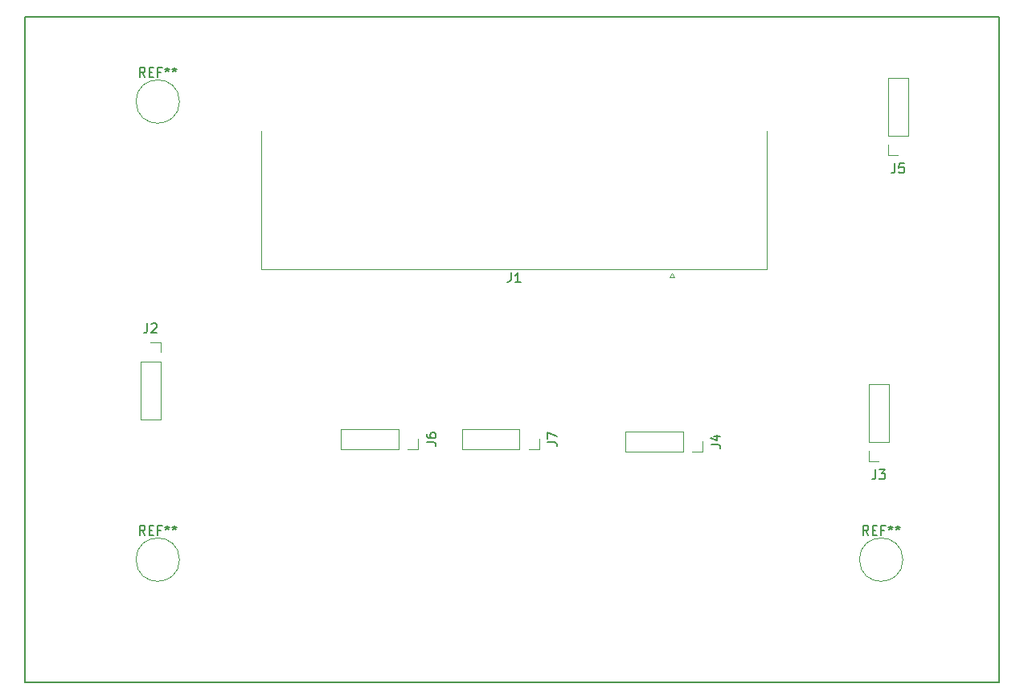
<source format=gbr>
G04 #@! TF.GenerationSoftware,KiCad,Pcbnew,5.0.1-33cea8e~68~ubuntu16.04.1*
G04 #@! TF.CreationDate,2018-11-08T21:42:09-02:00*
G04 #@! TF.ProjectId,Placa do elevador 2 - macho,506C61636120646F20656C657661646F,rev?*
G04 #@! TF.SameCoordinates,Original*
G04 #@! TF.FileFunction,Legend,Top*
G04 #@! TF.FilePolarity,Positive*
%FSLAX46Y46*%
G04 Gerber Fmt 4.6, Leading zero omitted, Abs format (unit mm)*
G04 Created by KiCad (PCBNEW 5.0.1-33cea8e~68~ubuntu16.04.1) date Qui 08 Nov 2018 21:42:09 -02*
%MOMM*%
%LPD*%
G01*
G04 APERTURE LIST*
%ADD10C,0.150000*%
%ADD11C,0.120000*%
G04 APERTURE END LIST*
D10*
X100330000Y-106934000D02*
X202946000Y-106934000D01*
X100330000Y-36830000D02*
X100330000Y-106934000D01*
X202946000Y-94742000D02*
X202946000Y-106934000D01*
X202946000Y-36830000D02*
X202946000Y-94742000D01*
X100330000Y-36830000D02*
X202946000Y-36830000D01*
D11*
G04 #@! TO.C,REF\002A\002A*
X116586000Y-45720000D02*
G75*
G03X116586000Y-45720000I-2286000J0D01*
G01*
X116586000Y-93980000D02*
G75*
G03X116586000Y-93980000I-2286000J0D01*
G01*
G04 #@! TO.C,J1*
X168463001Y-63809664D02*
X168713001Y-64242677D01*
X168213001Y-64242677D02*
X168463001Y-63809664D01*
X168713001Y-64242677D02*
X168213001Y-64242677D01*
X125233001Y-63348339D02*
X125233001Y-48808339D01*
X178453001Y-63348339D02*
X125233001Y-63348339D01*
X178453001Y-48808339D02*
X178453001Y-63348339D01*
G04 #@! TO.C,J2*
X113538000Y-71076000D02*
X114598000Y-71076000D01*
X114598000Y-71076000D02*
X114598000Y-72136000D01*
X114598000Y-73136000D02*
X114598000Y-79196000D01*
X112478000Y-79196000D02*
X114598000Y-79196000D01*
X112478000Y-73136000D02*
X112478000Y-79196000D01*
X112478000Y-73136000D02*
X114598000Y-73136000D01*
G04 #@! TO.C,J3*
X191306000Y-81550000D02*
X189186000Y-81550000D01*
X191306000Y-81550000D02*
X191306000Y-75490000D01*
X191306000Y-75490000D02*
X189186000Y-75490000D01*
X189186000Y-81550000D02*
X189186000Y-75490000D01*
X189186000Y-83610000D02*
X189186000Y-82550000D01*
X190246000Y-83610000D02*
X189186000Y-83610000D01*
G04 #@! TO.C,J4*
X171684000Y-81534000D02*
X171684000Y-82594000D01*
X171684000Y-82594000D02*
X170624000Y-82594000D01*
X169624000Y-82594000D02*
X163564000Y-82594000D01*
X163564000Y-80474000D02*
X163564000Y-82594000D01*
X169624000Y-80474000D02*
X163564000Y-80474000D01*
X169624000Y-80474000D02*
X169624000Y-82594000D01*
G04 #@! TO.C,J5*
X193338000Y-49292000D02*
X191218000Y-49292000D01*
X193338000Y-49292000D02*
X193338000Y-43232000D01*
X193338000Y-43232000D02*
X191218000Y-43232000D01*
X191218000Y-49292000D02*
X191218000Y-43232000D01*
X191218000Y-51352000D02*
X191218000Y-50292000D01*
X192278000Y-51352000D02*
X191218000Y-51352000D01*
G04 #@! TO.C,J6*
X141712000Y-81280000D02*
X141712000Y-82340000D01*
X141712000Y-82340000D02*
X140652000Y-82340000D01*
X139652000Y-82340000D02*
X133592000Y-82340000D01*
X133592000Y-80220000D02*
X133592000Y-82340000D01*
X139652000Y-80220000D02*
X133592000Y-80220000D01*
X139652000Y-80220000D02*
X139652000Y-82340000D01*
G04 #@! TO.C,J7*
X152416000Y-80220000D02*
X152416000Y-82340000D01*
X152416000Y-80220000D02*
X146356000Y-80220000D01*
X146356000Y-80220000D02*
X146356000Y-82340000D01*
X152416000Y-82340000D02*
X146356000Y-82340000D01*
X154476000Y-82340000D02*
X153416000Y-82340000D01*
X154476000Y-81280000D02*
X154476000Y-82340000D01*
G04 #@! TO.C,REF\002A\002A*
X192786000Y-93980000D02*
G75*
G03X192786000Y-93980000I-2286000J0D01*
G01*
G04 #@! TD*
G04 #@! TO.C,REF\002A\002A*
D10*
X112966666Y-43124380D02*
X112633333Y-42648190D01*
X112395238Y-43124380D02*
X112395238Y-42124380D01*
X112776190Y-42124380D01*
X112871428Y-42172000D01*
X112919047Y-42219619D01*
X112966666Y-42314857D01*
X112966666Y-42457714D01*
X112919047Y-42552952D01*
X112871428Y-42600571D01*
X112776190Y-42648190D01*
X112395238Y-42648190D01*
X113395238Y-42600571D02*
X113728571Y-42600571D01*
X113871428Y-43124380D02*
X113395238Y-43124380D01*
X113395238Y-42124380D01*
X113871428Y-42124380D01*
X114633333Y-42600571D02*
X114300000Y-42600571D01*
X114300000Y-43124380D02*
X114300000Y-42124380D01*
X114776190Y-42124380D01*
X115300000Y-42124380D02*
X115300000Y-42362476D01*
X115061904Y-42267238D02*
X115300000Y-42362476D01*
X115538095Y-42267238D01*
X115157142Y-42552952D02*
X115300000Y-42362476D01*
X115442857Y-42552952D01*
X116061904Y-42124380D02*
X116061904Y-42362476D01*
X115823809Y-42267238D02*
X116061904Y-42362476D01*
X116300000Y-42267238D01*
X115919047Y-42552952D02*
X116061904Y-42362476D01*
X116204761Y-42552952D01*
X112966666Y-91384380D02*
X112633333Y-90908190D01*
X112395238Y-91384380D02*
X112395238Y-90384380D01*
X112776190Y-90384380D01*
X112871428Y-90432000D01*
X112919047Y-90479619D01*
X112966666Y-90574857D01*
X112966666Y-90717714D01*
X112919047Y-90812952D01*
X112871428Y-90860571D01*
X112776190Y-90908190D01*
X112395238Y-90908190D01*
X113395238Y-90860571D02*
X113728571Y-90860571D01*
X113871428Y-91384380D02*
X113395238Y-91384380D01*
X113395238Y-90384380D01*
X113871428Y-90384380D01*
X114633333Y-90860571D02*
X114300000Y-90860571D01*
X114300000Y-91384380D02*
X114300000Y-90384380D01*
X114776190Y-90384380D01*
X115300000Y-90384380D02*
X115300000Y-90622476D01*
X115061904Y-90527238D02*
X115300000Y-90622476D01*
X115538095Y-90527238D01*
X115157142Y-90812952D02*
X115300000Y-90622476D01*
X115442857Y-90812952D01*
X116061904Y-90384380D02*
X116061904Y-90622476D01*
X115823809Y-90527238D02*
X116061904Y-90622476D01*
X116300000Y-90527238D01*
X115919047Y-90812952D02*
X116061904Y-90622476D01*
X116204761Y-90812952D01*
G04 #@! TO.C,J1*
X151509667Y-63740719D02*
X151509667Y-64455005D01*
X151462048Y-64597862D01*
X151366810Y-64693100D01*
X151223953Y-64740719D01*
X151128715Y-64740719D01*
X152509667Y-64740719D02*
X151938239Y-64740719D01*
X152223953Y-64740719D02*
X152223953Y-63740719D01*
X152128715Y-63883577D01*
X152033477Y-63978815D01*
X151938239Y-64026434D01*
G04 #@! TO.C,J2*
X113204666Y-69088380D02*
X113204666Y-69802666D01*
X113157047Y-69945523D01*
X113061809Y-70040761D01*
X112918952Y-70088380D01*
X112823714Y-70088380D01*
X113633238Y-69183619D02*
X113680857Y-69136000D01*
X113776095Y-69088380D01*
X114014190Y-69088380D01*
X114109428Y-69136000D01*
X114157047Y-69183619D01*
X114204666Y-69278857D01*
X114204666Y-69374095D01*
X114157047Y-69516952D01*
X113585619Y-70088380D01*
X114204666Y-70088380D01*
G04 #@! TO.C,J3*
X189912666Y-84502380D02*
X189912666Y-85216666D01*
X189865047Y-85359523D01*
X189769809Y-85454761D01*
X189626952Y-85502380D01*
X189531714Y-85502380D01*
X190293619Y-84502380D02*
X190912666Y-84502380D01*
X190579333Y-84883333D01*
X190722190Y-84883333D01*
X190817428Y-84930952D01*
X190865047Y-84978571D01*
X190912666Y-85073809D01*
X190912666Y-85311904D01*
X190865047Y-85407142D01*
X190817428Y-85454761D01*
X190722190Y-85502380D01*
X190436476Y-85502380D01*
X190341238Y-85454761D01*
X190293619Y-85407142D01*
G04 #@! TO.C,J4*
X172576380Y-81867333D02*
X173290666Y-81867333D01*
X173433523Y-81914952D01*
X173528761Y-82010190D01*
X173576380Y-82153047D01*
X173576380Y-82248285D01*
X172909714Y-80962571D02*
X173576380Y-80962571D01*
X172528761Y-81200666D02*
X173243047Y-81438761D01*
X173243047Y-80819714D01*
G04 #@! TO.C,J5*
X191944666Y-52244380D02*
X191944666Y-52958666D01*
X191897047Y-53101523D01*
X191801809Y-53196761D01*
X191658952Y-53244380D01*
X191563714Y-53244380D01*
X192897047Y-52244380D02*
X192420857Y-52244380D01*
X192373238Y-52720571D01*
X192420857Y-52672952D01*
X192516095Y-52625333D01*
X192754190Y-52625333D01*
X192849428Y-52672952D01*
X192897047Y-52720571D01*
X192944666Y-52815809D01*
X192944666Y-53053904D01*
X192897047Y-53149142D01*
X192849428Y-53196761D01*
X192754190Y-53244380D01*
X192516095Y-53244380D01*
X192420857Y-53196761D01*
X192373238Y-53149142D01*
G04 #@! TO.C,J6*
X142604380Y-81613333D02*
X143318666Y-81613333D01*
X143461523Y-81660952D01*
X143556761Y-81756190D01*
X143604380Y-81899047D01*
X143604380Y-81994285D01*
X142604380Y-80708571D02*
X142604380Y-80899047D01*
X142652000Y-80994285D01*
X142699619Y-81041904D01*
X142842476Y-81137142D01*
X143032952Y-81184761D01*
X143413904Y-81184761D01*
X143509142Y-81137142D01*
X143556761Y-81089523D01*
X143604380Y-80994285D01*
X143604380Y-80803809D01*
X143556761Y-80708571D01*
X143509142Y-80660952D01*
X143413904Y-80613333D01*
X143175809Y-80613333D01*
X143080571Y-80660952D01*
X143032952Y-80708571D01*
X142985333Y-80803809D01*
X142985333Y-80994285D01*
X143032952Y-81089523D01*
X143080571Y-81137142D01*
X143175809Y-81184761D01*
G04 #@! TO.C,J7*
X155368380Y-81613333D02*
X156082666Y-81613333D01*
X156225523Y-81660952D01*
X156320761Y-81756190D01*
X156368380Y-81899047D01*
X156368380Y-81994285D01*
X155368380Y-81232380D02*
X155368380Y-80565714D01*
X156368380Y-80994285D01*
G04 #@! TO.C,REF\002A\002A*
X189166666Y-91384380D02*
X188833333Y-90908190D01*
X188595238Y-91384380D02*
X188595238Y-90384380D01*
X188976190Y-90384380D01*
X189071428Y-90432000D01*
X189119047Y-90479619D01*
X189166666Y-90574857D01*
X189166666Y-90717714D01*
X189119047Y-90812952D01*
X189071428Y-90860571D01*
X188976190Y-90908190D01*
X188595238Y-90908190D01*
X189595238Y-90860571D02*
X189928571Y-90860571D01*
X190071428Y-91384380D02*
X189595238Y-91384380D01*
X189595238Y-90384380D01*
X190071428Y-90384380D01*
X190833333Y-90860571D02*
X190500000Y-90860571D01*
X190500000Y-91384380D02*
X190500000Y-90384380D01*
X190976190Y-90384380D01*
X191500000Y-90384380D02*
X191500000Y-90622476D01*
X191261904Y-90527238D02*
X191500000Y-90622476D01*
X191738095Y-90527238D01*
X191357142Y-90812952D02*
X191500000Y-90622476D01*
X191642857Y-90812952D01*
X192261904Y-90384380D02*
X192261904Y-90622476D01*
X192023809Y-90527238D02*
X192261904Y-90622476D01*
X192500000Y-90527238D01*
X192119047Y-90812952D02*
X192261904Y-90622476D01*
X192404761Y-90812952D01*
G04 #@! TD*
M02*

</source>
